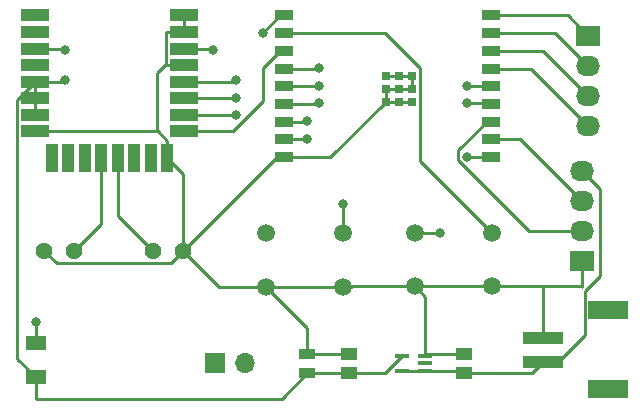
<source format=gtl>
G04 #@! TF.GenerationSoftware,KiCad,Pcbnew,7.0.10*
G04 #@! TF.CreationDate,2025-02-21T18:16:38-05:00*
G04 #@! TF.ProjectId,pcb_v2,7063625f-7632-42e6-9b69-6361645f7063,rev?*
G04 #@! TF.SameCoordinates,Original*
G04 #@! TF.FileFunction,Copper,L1,Top*
G04 #@! TF.FilePolarity,Positive*
%FSLAX46Y46*%
G04 Gerber Fmt 4.6, Leading zero omitted, Abs format (unit mm)*
G04 Created by KiCad (PCBNEW 7.0.10) date 2025-02-21 18:16:38*
%MOMM*%
%LPD*%
G01*
G04 APERTURE LIST*
G04 #@! TA.AperFunction,ComponentPad*
%ADD10R,2.030000X1.730000*%
G04 #@! TD*
G04 #@! TA.AperFunction,ComponentPad*
%ADD11O,2.030000X1.730000*%
G04 #@! TD*
G04 #@! TA.AperFunction,ComponentPad*
%ADD12C,1.498600*%
G04 #@! TD*
G04 #@! TA.AperFunction,SMDPad,CuDef*
%ADD13R,3.500000X1.000000*%
G04 #@! TD*
G04 #@! TA.AperFunction,SMDPad,CuDef*
%ADD14R,3.400000X1.500000*%
G04 #@! TD*
G04 #@! TA.AperFunction,SMDPad,CuDef*
%ADD15R,1.800000X1.150000*%
G04 #@! TD*
G04 #@! TA.AperFunction,SMDPad,CuDef*
%ADD16R,1.150000X0.450000*%
G04 #@! TD*
G04 #@! TA.AperFunction,ComponentPad*
%ADD17C,1.431000*%
G04 #@! TD*
G04 #@! TA.AperFunction,SMDPad,CuDef*
%ADD18R,1.470000X1.020000*%
G04 #@! TD*
G04 #@! TA.AperFunction,ComponentPad*
%ADD19R,1.700000X1.700000*%
G04 #@! TD*
G04 #@! TA.AperFunction,ComponentPad*
%ADD20O,1.700000X1.700000*%
G04 #@! TD*
G04 #@! TA.AperFunction,SMDPad,CuDef*
%ADD21R,1.500000X0.900000*%
G04 #@! TD*
G04 #@! TA.AperFunction,SMDPad,CuDef*
%ADD22R,0.700000X0.700000*%
G04 #@! TD*
G04 #@! TA.AperFunction,SMDPad,CuDef*
%ADD23R,2.450000X1.000000*%
G04 #@! TD*
G04 #@! TA.AperFunction,SMDPad,CuDef*
%ADD24R,1.000000X2.450000*%
G04 #@! TD*
G04 #@! TA.AperFunction,SMDPad,CuDef*
%ADD25R,1.430000X0.940000*%
G04 #@! TD*
G04 #@! TA.AperFunction,ViaPad*
%ADD26C,0.800000*%
G04 #@! TD*
G04 #@! TA.AperFunction,Conductor*
%ADD27C,0.250000*%
G04 #@! TD*
G04 APERTURE END LIST*
D10*
X162750000Y-98370000D03*
D11*
X162750000Y-95830000D03*
X162750000Y-93290000D03*
X162750000Y-90750000D03*
D12*
X135999998Y-96000000D03*
X142500000Y-96000000D03*
X135999998Y-100500001D03*
X142500000Y-100500001D03*
D13*
X159450000Y-106850000D03*
X159450000Y-104850000D03*
D14*
X165000000Y-109200000D03*
X165000000Y-102500000D03*
D15*
X116500000Y-108200000D03*
X116500000Y-105300000D03*
D16*
X149500000Y-107650000D03*
X149500000Y-107000000D03*
X149500000Y-106350000D03*
X147500000Y-106350000D03*
X147500000Y-107650000D03*
D17*
X117230000Y-97500000D03*
X119770000Y-97500000D03*
D18*
X152750000Y-107810000D03*
X152750000Y-106190000D03*
X143000000Y-107810000D03*
X143000000Y-106190000D03*
D17*
X129000000Y-97500000D03*
X126460000Y-97500000D03*
D19*
X131725000Y-107000000D03*
D20*
X134265000Y-107000000D03*
D12*
X148603850Y-95980250D03*
X155103852Y-95980250D03*
X148603850Y-100480251D03*
X155103852Y-100480251D03*
D10*
X163250000Y-79250000D03*
D11*
X163250000Y-81790000D03*
X163250000Y-84330000D03*
X163250000Y-86870000D03*
D21*
X137540000Y-77550000D03*
X137540000Y-79050000D03*
X137540000Y-80550000D03*
X137540000Y-82050000D03*
X137540000Y-83550000D03*
X137540000Y-85050000D03*
X137540000Y-86550000D03*
X137540000Y-88050000D03*
X137540000Y-89550000D03*
X155040000Y-89550000D03*
X155040000Y-88050000D03*
X155040000Y-86550000D03*
X155040000Y-85050000D03*
X155040000Y-83550000D03*
X155040000Y-82050000D03*
X155040000Y-80550000D03*
X155040000Y-79050000D03*
X155040000Y-77550000D03*
D22*
X147250000Y-83750000D03*
X148350000Y-83750000D03*
X148350000Y-82650000D03*
X147250000Y-82650000D03*
X146150000Y-82650000D03*
X146150000Y-83750000D03*
X146150000Y-84850000D03*
X147250000Y-84850000D03*
X148350000Y-84850000D03*
D23*
X116455000Y-77550000D03*
X116455000Y-78950000D03*
X116455000Y-80350000D03*
X116455000Y-81750000D03*
X116455000Y-83150000D03*
X116455000Y-84550000D03*
X116455000Y-85950000D03*
X116455000Y-87350000D03*
D24*
X117850000Y-89645000D03*
X119250000Y-89645000D03*
X120650000Y-89645000D03*
X122050000Y-89645000D03*
X123450000Y-89645000D03*
X124850000Y-89645000D03*
X126250000Y-89645000D03*
X127650000Y-89645000D03*
D23*
X129045000Y-87350000D03*
X129045000Y-85950000D03*
X129045000Y-84550000D03*
X129045000Y-83150000D03*
X129045000Y-81750000D03*
X129045000Y-80350000D03*
X129045000Y-78950000D03*
X129045000Y-77550000D03*
D25*
X139500000Y-107820000D03*
X139500000Y-106180000D03*
D26*
X119000000Y-83000000D03*
X135750000Y-79000000D03*
X133500000Y-86000000D03*
X140500000Y-82000000D03*
X140500000Y-83500000D03*
X133500000Y-84500000D03*
X133500000Y-83000000D03*
X140500000Y-85000000D03*
X139500000Y-86500000D03*
X142500000Y-93500000D03*
X139500000Y-88000000D03*
X153000000Y-89500000D03*
X153000000Y-85000000D03*
X131500000Y-80500000D03*
X153000000Y-83500000D03*
X119000000Y-80500000D03*
X116500000Y-103500000D03*
X150750000Y-96000000D03*
D27*
X164250000Y-99636396D02*
X164250000Y-92250000D01*
X147500000Y-107650000D02*
X149500000Y-107650000D01*
X149500000Y-107650000D02*
X152590000Y-107650000D01*
X158490000Y-107810000D02*
X159450000Y-106850000D01*
X152590000Y-107650000D02*
X152750000Y-107810000D01*
X152750000Y-107810000D02*
X158490000Y-107810000D01*
X159450000Y-106850000D02*
X160700000Y-106850000D01*
X162975000Y-100911396D02*
X164250000Y-99636396D01*
X164250000Y-92250000D02*
X162750000Y-90750000D01*
X162975000Y-104575000D02*
X162975000Y-100911396D01*
X160700000Y-106850000D02*
X162975000Y-104575000D01*
X136950000Y-89550000D02*
X129000000Y-97500000D01*
X137540000Y-89550000D02*
X136950000Y-89550000D01*
X147250000Y-84850000D02*
X148350000Y-84850000D01*
X127650000Y-89645000D02*
X127650000Y-88170000D01*
X143250000Y-100480251D02*
X142519750Y-100480251D01*
X139510000Y-106190000D02*
X139500000Y-106180000D01*
X143250000Y-100480251D02*
X143230250Y-100500001D01*
X127570000Y-81750000D02*
X127495000Y-81675000D01*
X149660000Y-106190000D02*
X149500000Y-106350000D01*
X129045000Y-81750000D02*
X127570000Y-81750000D01*
X146150000Y-83750000D02*
X146150000Y-84850000D01*
X159500000Y-100480251D02*
X155103852Y-100480251D01*
X129045000Y-78950000D02*
X129045000Y-77550000D01*
X129000000Y-90995000D02*
X127650000Y-89645000D01*
X129000000Y-97500000D02*
X129000000Y-90995000D01*
X159450000Y-104850000D02*
X159450000Y-100530251D01*
X127495000Y-81675000D02*
X126750000Y-82420000D01*
X147250000Y-83750000D02*
X146150000Y-83750000D01*
X142519750Y-100480251D02*
X142500000Y-100500001D01*
X135999998Y-100500001D02*
X132000001Y-100500001D01*
X162730251Y-100480251D02*
X159500000Y-100480251D01*
X127650000Y-88170000D02*
X126830000Y-87350000D01*
X149500000Y-106350000D02*
X149500000Y-101376401D01*
X141450000Y-89550000D02*
X146150000Y-84850000D01*
X148350000Y-83750000D02*
X147250000Y-83750000D01*
X126830000Y-87350000D02*
X126750000Y-87350000D01*
X162750000Y-98370000D02*
X162750000Y-100500000D01*
X137540000Y-89550000D02*
X141450000Y-89550000D01*
X129000000Y-97500000D02*
X127959500Y-98540500D01*
X127959500Y-98540500D02*
X118270500Y-98540500D01*
X148350000Y-82650000D02*
X148350000Y-83750000D01*
X146150000Y-82650000D02*
X147250000Y-82650000D01*
X148603850Y-100480251D02*
X143250000Y-100480251D01*
X146150000Y-84850000D02*
X147250000Y-84850000D01*
X139500000Y-104000003D02*
X135999998Y-100500001D01*
X143000000Y-106190000D02*
X139510000Y-106190000D01*
X118270500Y-98540500D02*
X117230000Y-97500000D01*
X159450000Y-100530251D02*
X159500000Y-100480251D01*
X152750000Y-106190000D02*
X149660000Y-106190000D01*
X147250000Y-82650000D02*
X148350000Y-82650000D01*
X149500000Y-101376401D02*
X148603850Y-100480251D01*
X127495000Y-81675000D02*
X127495000Y-79025000D01*
X127495000Y-79025000D02*
X127570000Y-78950000D01*
X127570000Y-78950000D02*
X129045000Y-78950000D01*
X155103852Y-100480251D02*
X148603850Y-100480251D01*
X126750000Y-82420000D02*
X126750000Y-87350000D01*
X126750000Y-87350000D02*
X116455000Y-87350000D01*
X132000001Y-100500001D02*
X129000000Y-97500000D01*
X139500000Y-106180000D02*
X139500000Y-104000003D01*
X143230250Y-100500001D02*
X135999998Y-100500001D01*
X162750000Y-100500000D02*
X162730251Y-100480251D01*
X114905000Y-84700000D02*
X114905000Y-106605000D01*
X137320000Y-110000000D02*
X139500000Y-107820000D01*
X116500000Y-108200000D02*
X116500000Y-110000000D01*
X142990000Y-107820000D02*
X143000000Y-107810000D01*
X116455000Y-83150000D02*
X114905000Y-84700000D01*
X116455000Y-84550000D02*
X116455000Y-85950000D01*
X139500000Y-107820000D02*
X142990000Y-107820000D01*
X146040000Y-107810000D02*
X147500000Y-106350000D01*
X143000000Y-107810000D02*
X146040000Y-107810000D01*
X135750000Y-79000000D02*
X137200000Y-77550000D01*
X116455000Y-83150000D02*
X116455000Y-84550000D01*
X137200000Y-77550000D02*
X137540000Y-77550000D01*
X116455000Y-83150000D02*
X118850000Y-83150000D01*
X118850000Y-83150000D02*
X119000000Y-83000000D01*
X114905000Y-106605000D02*
X116500000Y-108200000D01*
X116500000Y-110000000D02*
X137320000Y-110000000D01*
X119770000Y-97500000D02*
X122050000Y-95220000D01*
X122050000Y-95220000D02*
X122050000Y-89645000D01*
X126460000Y-97500000D02*
X123450000Y-94490000D01*
X123450000Y-94490000D02*
X123450000Y-89645000D01*
X146100000Y-79050000D02*
X137540000Y-79050000D01*
X149025000Y-81975000D02*
X146100000Y-79050000D01*
X149025000Y-89901398D02*
X149025000Y-81975000D01*
X155103852Y-95980250D02*
X149025000Y-89901398D01*
X135750000Y-81990000D02*
X137190000Y-80550000D01*
X129045000Y-87350000D02*
X133175305Y-87350000D01*
X133175305Y-87350000D02*
X135750000Y-84775305D01*
X135750000Y-84775305D02*
X135750000Y-81990000D01*
X137190000Y-80550000D02*
X137540000Y-80550000D01*
X129045000Y-85950000D02*
X133450000Y-85950000D01*
X140450000Y-82050000D02*
X137540000Y-82050000D01*
X140500000Y-82000000D02*
X140450000Y-82050000D01*
X133450000Y-85950000D02*
X133500000Y-86000000D01*
X140450000Y-83550000D02*
X140500000Y-83500000D01*
X133450000Y-84550000D02*
X133500000Y-84500000D01*
X129045000Y-84550000D02*
X133450000Y-84550000D01*
X137540000Y-83550000D02*
X140450000Y-83550000D01*
X129045000Y-83150000D02*
X133350000Y-83150000D01*
X133350000Y-83150000D02*
X133500000Y-83000000D01*
X140500000Y-85000000D02*
X140450000Y-85050000D01*
X140450000Y-85050000D02*
X137540000Y-85050000D01*
X139450000Y-86550000D02*
X139500000Y-86500000D01*
X137540000Y-86550000D02*
X139450000Y-86550000D01*
X139500000Y-88000000D02*
X137590000Y-88000000D01*
X142500000Y-96000000D02*
X142500000Y-93500000D01*
X137590000Y-88000000D02*
X137540000Y-88050000D01*
X153050000Y-89550000D02*
X153000000Y-89500000D01*
X155040000Y-89550000D02*
X153050000Y-89550000D01*
X157510000Y-88050000D02*
X162750000Y-93290000D01*
X155040000Y-88050000D02*
X157510000Y-88050000D01*
X155040000Y-86550000D02*
X154690000Y-86550000D01*
X152275000Y-88965000D02*
X152275000Y-89800305D01*
X152275000Y-89800305D02*
X158304695Y-95830000D01*
X158304695Y-95830000D02*
X162750000Y-95830000D01*
X154690000Y-86550000D02*
X152275000Y-88965000D01*
X154990000Y-85000000D02*
X155040000Y-85050000D01*
X131350000Y-80350000D02*
X131500000Y-80500000D01*
X153000000Y-85000000D02*
X154990000Y-85000000D01*
X129045000Y-80350000D02*
X131350000Y-80350000D01*
X154990000Y-83500000D02*
X155040000Y-83550000D01*
X118850000Y-80350000D02*
X119000000Y-80500000D01*
X153000000Y-83500000D02*
X154990000Y-83500000D01*
X116455000Y-80350000D02*
X118850000Y-80350000D01*
X155040000Y-82050000D02*
X158430000Y-82050000D01*
X158430000Y-82050000D02*
X163250000Y-86870000D01*
X155040000Y-80550000D02*
X159470000Y-80550000D01*
X159470000Y-80550000D02*
X163250000Y-84330000D01*
X160510000Y-79050000D02*
X163250000Y-81790000D01*
X155040000Y-79050000D02*
X160510000Y-79050000D01*
X161550000Y-77550000D02*
X163250000Y-79250000D01*
X155040000Y-77550000D02*
X161550000Y-77550000D01*
X150730250Y-95980250D02*
X150750000Y-96000000D01*
X148603850Y-95980250D02*
X150730250Y-95980250D01*
X116500000Y-105300000D02*
X116500000Y-103500000D01*
M02*

</source>
